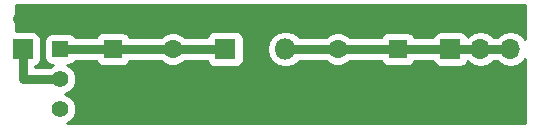
<source format=gbr>
G04 #@! TF.FileFunction,Copper,L2,Bot,Signal*
%FSLAX46Y46*%
G04 Gerber Fmt 4.6, Leading zero omitted, Abs format (unit mm)*
G04 Created by KiCad (PCBNEW 4.0.2-stable) date 2017/02/25 18:11:52*
%MOMM*%
G01*
G04 APERTURE LIST*
%ADD10C,0.100000*%
%ADD11R,1.700000X1.700000*%
%ADD12O,1.700000X1.700000*%
%ADD13R,1.600000X1.600000*%
%ADD14C,1.600000*%
%ADD15R,1.397000X1.397000*%
%ADD16C,1.397000*%
%ADD17R,1.800000X1.800000*%
%ADD18O,1.800000X1.800000*%
%ADD19C,0.800000*%
%ADD20C,0.254000*%
G04 APERTURE END LIST*
D10*
D11*
X171450000Y-126365000D03*
D12*
X171450000Y-123825000D03*
D13*
X179070000Y-126365000D03*
D14*
X179070000Y-124365000D03*
X184150000Y-126365000D03*
X184150000Y-123865000D03*
X198120000Y-126365000D03*
X198120000Y-123865000D03*
D13*
X203200000Y-126365000D03*
D14*
X203200000Y-124365000D03*
D15*
X174625000Y-126365000D03*
D16*
X174625000Y-128905000D03*
X174625000Y-131445000D03*
D11*
X207645000Y-126365000D03*
D12*
X207645000Y-123825000D03*
X210185000Y-126365000D03*
X210185000Y-123825000D03*
X212725000Y-126365000D03*
X212725000Y-123825000D03*
D17*
X188595000Y-126365000D03*
D18*
X191135000Y-126365000D03*
X193675000Y-126365000D03*
D19*
X171450000Y-126365000D02*
X171450000Y-128905000D01*
X171450000Y-128905000D02*
X174625000Y-128905000D01*
X188595000Y-126365000D02*
X184150000Y-126365000D01*
X179070000Y-126365000D02*
X184150000Y-126365000D01*
X174625000Y-126365000D02*
X179070000Y-126365000D01*
X191135000Y-126365000D02*
X191135000Y-123865000D01*
X191135000Y-123865000D02*
X191135000Y-123825000D01*
X191135000Y-123825000D02*
X191135000Y-123865000D01*
X184150000Y-123865000D02*
X191135000Y-123865000D01*
X191135000Y-123865000D02*
X198120000Y-123865000D01*
X210185000Y-123825000D02*
X212725000Y-123825000D01*
X207645000Y-123825000D02*
X210185000Y-123825000D01*
X203200000Y-124365000D02*
X204375000Y-124365000D01*
X204915000Y-123825000D02*
X207645000Y-123825000D01*
X204375000Y-124365000D02*
X204915000Y-123825000D01*
X198120000Y-123865000D02*
X199985000Y-123865000D01*
X200580000Y-124460000D02*
X203105000Y-124460000D01*
X199985000Y-123865000D02*
X200580000Y-124460000D01*
X203105000Y-124460000D02*
X203200000Y-124365000D01*
X179070000Y-124365000D02*
X179800000Y-124365000D01*
X179800000Y-124365000D02*
X180300000Y-123865000D01*
X180300000Y-123865000D02*
X184150000Y-123865000D01*
X171450000Y-123825000D02*
X178530000Y-123825000D01*
X178530000Y-123825000D02*
X179070000Y-124365000D01*
X193675000Y-126365000D02*
X198120000Y-126365000D01*
X203200000Y-126365000D02*
X198120000Y-126365000D01*
X207645000Y-126365000D02*
X203200000Y-126365000D01*
X210185000Y-126365000D02*
X207645000Y-126365000D01*
X212725000Y-126365000D02*
X210185000Y-126365000D01*
D20*
G36*
X213945000Y-125540196D02*
X213775054Y-125285853D01*
X213293285Y-124963946D01*
X212725000Y-124850907D01*
X212156715Y-124963946D01*
X211674946Y-125285853D01*
X211645448Y-125330000D01*
X211264552Y-125330000D01*
X211235054Y-125285853D01*
X210753285Y-124963946D01*
X210185000Y-124850907D01*
X209616715Y-124963946D01*
X209134946Y-125285853D01*
X209107150Y-125327452D01*
X209098162Y-125279683D01*
X208959090Y-125063559D01*
X208746890Y-124918569D01*
X208495000Y-124867560D01*
X206795000Y-124867560D01*
X206559683Y-124911838D01*
X206343559Y-125050910D01*
X206198569Y-125263110D01*
X206185023Y-125330000D01*
X204603222Y-125330000D01*
X204603162Y-125329683D01*
X204464090Y-125113559D01*
X204251890Y-124968569D01*
X204000000Y-124917560D01*
X202400000Y-124917560D01*
X202164683Y-124961838D01*
X201948559Y-125100910D01*
X201803569Y-125313110D01*
X201800149Y-125330000D01*
X199114432Y-125330000D01*
X198933923Y-125149176D01*
X198406691Y-124930250D01*
X197835813Y-124929752D01*
X197308200Y-125147757D01*
X197125639Y-125330000D01*
X194824163Y-125330000D01*
X194790481Y-125279591D01*
X194292491Y-124946845D01*
X193705072Y-124830000D01*
X193644928Y-124830000D01*
X193057509Y-124946845D01*
X192559519Y-125279591D01*
X192226773Y-125777581D01*
X192109928Y-126365000D01*
X192226773Y-126952419D01*
X192559519Y-127450409D01*
X193057509Y-127783155D01*
X193644928Y-127900000D01*
X193705072Y-127900000D01*
X194292491Y-127783155D01*
X194790481Y-127450409D01*
X194824163Y-127400000D01*
X197125568Y-127400000D01*
X197306077Y-127580824D01*
X197833309Y-127799750D01*
X198404187Y-127800248D01*
X198931800Y-127582243D01*
X199114361Y-127400000D01*
X201796778Y-127400000D01*
X201796838Y-127400317D01*
X201935910Y-127616441D01*
X202148110Y-127761431D01*
X202400000Y-127812440D01*
X204000000Y-127812440D01*
X204235317Y-127768162D01*
X204451441Y-127629090D01*
X204596431Y-127416890D01*
X204599851Y-127400000D01*
X206182370Y-127400000D01*
X206191838Y-127450317D01*
X206330910Y-127666441D01*
X206543110Y-127811431D01*
X206795000Y-127862440D01*
X208495000Y-127862440D01*
X208730317Y-127818162D01*
X208946441Y-127679090D01*
X209091431Y-127466890D01*
X209104977Y-127400000D01*
X209105448Y-127400000D01*
X209134946Y-127444147D01*
X209616715Y-127766054D01*
X210185000Y-127879093D01*
X210753285Y-127766054D01*
X211235054Y-127444147D01*
X211264552Y-127400000D01*
X211645448Y-127400000D01*
X211674946Y-127444147D01*
X212156715Y-127766054D01*
X212725000Y-127879093D01*
X213293285Y-127766054D01*
X213775054Y-127444147D01*
X213945000Y-127189804D01*
X213945000Y-132665000D01*
X175164337Y-132665000D01*
X175379380Y-132576146D01*
X175754827Y-132201353D01*
X175958268Y-131711413D01*
X175958731Y-131180914D01*
X175756146Y-130690620D01*
X175381353Y-130315173D01*
X175043554Y-130174906D01*
X175379380Y-130036146D01*
X175754827Y-129661353D01*
X175958268Y-129171413D01*
X175958731Y-128640914D01*
X175756146Y-128150620D01*
X175381353Y-127775173D01*
X175226663Y-127710940D01*
X175323500Y-127710940D01*
X175558817Y-127666662D01*
X175774941Y-127527590D01*
X175862119Y-127400000D01*
X177666778Y-127400000D01*
X177666838Y-127400317D01*
X177805910Y-127616441D01*
X178018110Y-127761431D01*
X178270000Y-127812440D01*
X179870000Y-127812440D01*
X180105317Y-127768162D01*
X180321441Y-127629090D01*
X180466431Y-127416890D01*
X180469851Y-127400000D01*
X183155568Y-127400000D01*
X183336077Y-127580824D01*
X183863309Y-127799750D01*
X184434187Y-127800248D01*
X184961800Y-127582243D01*
X185144361Y-127400000D01*
X187072962Y-127400000D01*
X187091838Y-127500317D01*
X187230910Y-127716441D01*
X187443110Y-127861431D01*
X187695000Y-127912440D01*
X189495000Y-127912440D01*
X189730317Y-127868162D01*
X189946441Y-127729090D01*
X190091431Y-127516890D01*
X190142440Y-127265000D01*
X190142440Y-125465000D01*
X190098162Y-125229683D01*
X189959090Y-125013559D01*
X189746890Y-124868569D01*
X189495000Y-124817560D01*
X187695000Y-124817560D01*
X187459683Y-124861838D01*
X187243559Y-125000910D01*
X187098569Y-125213110D01*
X187074898Y-125330000D01*
X185144432Y-125330000D01*
X184963923Y-125149176D01*
X184436691Y-124930250D01*
X183865813Y-124929752D01*
X183338200Y-125147757D01*
X183155639Y-125330000D01*
X180473222Y-125330000D01*
X180473162Y-125329683D01*
X180334090Y-125113559D01*
X180121890Y-124968569D01*
X179870000Y-124917560D01*
X178270000Y-124917560D01*
X178034683Y-124961838D01*
X177818559Y-125100910D01*
X177673569Y-125313110D01*
X177670149Y-125330000D01*
X175861553Y-125330000D01*
X175787590Y-125215059D01*
X175575390Y-125070069D01*
X175323500Y-125019060D01*
X173926500Y-125019060D01*
X173691183Y-125063338D01*
X173475059Y-125202410D01*
X173330069Y-125414610D01*
X173279060Y-125666500D01*
X173279060Y-127063500D01*
X173323338Y-127298817D01*
X173462410Y-127514941D01*
X173674610Y-127659931D01*
X173926500Y-127710940D01*
X174022884Y-127710940D01*
X173870620Y-127773854D01*
X173774306Y-127870000D01*
X172485000Y-127870000D01*
X172485000Y-127827630D01*
X172535317Y-127818162D01*
X172751441Y-127679090D01*
X172896431Y-127466890D01*
X172947440Y-127215000D01*
X172947440Y-125515000D01*
X172903162Y-125279683D01*
X172764090Y-125063559D01*
X172551890Y-124918569D01*
X172300000Y-124867560D01*
X170865000Y-124867560D01*
X170865000Y-122605000D01*
X213945000Y-122605000D01*
X213945000Y-125540196D01*
X213945000Y-125540196D01*
G37*
X213945000Y-125540196D02*
X213775054Y-125285853D01*
X213293285Y-124963946D01*
X212725000Y-124850907D01*
X212156715Y-124963946D01*
X211674946Y-125285853D01*
X211645448Y-125330000D01*
X211264552Y-125330000D01*
X211235054Y-125285853D01*
X210753285Y-124963946D01*
X210185000Y-124850907D01*
X209616715Y-124963946D01*
X209134946Y-125285853D01*
X209107150Y-125327452D01*
X209098162Y-125279683D01*
X208959090Y-125063559D01*
X208746890Y-124918569D01*
X208495000Y-124867560D01*
X206795000Y-124867560D01*
X206559683Y-124911838D01*
X206343559Y-125050910D01*
X206198569Y-125263110D01*
X206185023Y-125330000D01*
X204603222Y-125330000D01*
X204603162Y-125329683D01*
X204464090Y-125113559D01*
X204251890Y-124968569D01*
X204000000Y-124917560D01*
X202400000Y-124917560D01*
X202164683Y-124961838D01*
X201948559Y-125100910D01*
X201803569Y-125313110D01*
X201800149Y-125330000D01*
X199114432Y-125330000D01*
X198933923Y-125149176D01*
X198406691Y-124930250D01*
X197835813Y-124929752D01*
X197308200Y-125147757D01*
X197125639Y-125330000D01*
X194824163Y-125330000D01*
X194790481Y-125279591D01*
X194292491Y-124946845D01*
X193705072Y-124830000D01*
X193644928Y-124830000D01*
X193057509Y-124946845D01*
X192559519Y-125279591D01*
X192226773Y-125777581D01*
X192109928Y-126365000D01*
X192226773Y-126952419D01*
X192559519Y-127450409D01*
X193057509Y-127783155D01*
X193644928Y-127900000D01*
X193705072Y-127900000D01*
X194292491Y-127783155D01*
X194790481Y-127450409D01*
X194824163Y-127400000D01*
X197125568Y-127400000D01*
X197306077Y-127580824D01*
X197833309Y-127799750D01*
X198404187Y-127800248D01*
X198931800Y-127582243D01*
X199114361Y-127400000D01*
X201796778Y-127400000D01*
X201796838Y-127400317D01*
X201935910Y-127616441D01*
X202148110Y-127761431D01*
X202400000Y-127812440D01*
X204000000Y-127812440D01*
X204235317Y-127768162D01*
X204451441Y-127629090D01*
X204596431Y-127416890D01*
X204599851Y-127400000D01*
X206182370Y-127400000D01*
X206191838Y-127450317D01*
X206330910Y-127666441D01*
X206543110Y-127811431D01*
X206795000Y-127862440D01*
X208495000Y-127862440D01*
X208730317Y-127818162D01*
X208946441Y-127679090D01*
X209091431Y-127466890D01*
X209104977Y-127400000D01*
X209105448Y-127400000D01*
X209134946Y-127444147D01*
X209616715Y-127766054D01*
X210185000Y-127879093D01*
X210753285Y-127766054D01*
X211235054Y-127444147D01*
X211264552Y-127400000D01*
X211645448Y-127400000D01*
X211674946Y-127444147D01*
X212156715Y-127766054D01*
X212725000Y-127879093D01*
X213293285Y-127766054D01*
X213775054Y-127444147D01*
X213945000Y-127189804D01*
X213945000Y-132665000D01*
X175164337Y-132665000D01*
X175379380Y-132576146D01*
X175754827Y-132201353D01*
X175958268Y-131711413D01*
X175958731Y-131180914D01*
X175756146Y-130690620D01*
X175381353Y-130315173D01*
X175043554Y-130174906D01*
X175379380Y-130036146D01*
X175754827Y-129661353D01*
X175958268Y-129171413D01*
X175958731Y-128640914D01*
X175756146Y-128150620D01*
X175381353Y-127775173D01*
X175226663Y-127710940D01*
X175323500Y-127710940D01*
X175558817Y-127666662D01*
X175774941Y-127527590D01*
X175862119Y-127400000D01*
X177666778Y-127400000D01*
X177666838Y-127400317D01*
X177805910Y-127616441D01*
X178018110Y-127761431D01*
X178270000Y-127812440D01*
X179870000Y-127812440D01*
X180105317Y-127768162D01*
X180321441Y-127629090D01*
X180466431Y-127416890D01*
X180469851Y-127400000D01*
X183155568Y-127400000D01*
X183336077Y-127580824D01*
X183863309Y-127799750D01*
X184434187Y-127800248D01*
X184961800Y-127582243D01*
X185144361Y-127400000D01*
X187072962Y-127400000D01*
X187091838Y-127500317D01*
X187230910Y-127716441D01*
X187443110Y-127861431D01*
X187695000Y-127912440D01*
X189495000Y-127912440D01*
X189730317Y-127868162D01*
X189946441Y-127729090D01*
X190091431Y-127516890D01*
X190142440Y-127265000D01*
X190142440Y-125465000D01*
X190098162Y-125229683D01*
X189959090Y-125013559D01*
X189746890Y-124868569D01*
X189495000Y-124817560D01*
X187695000Y-124817560D01*
X187459683Y-124861838D01*
X187243559Y-125000910D01*
X187098569Y-125213110D01*
X187074898Y-125330000D01*
X185144432Y-125330000D01*
X184963923Y-125149176D01*
X184436691Y-124930250D01*
X183865813Y-124929752D01*
X183338200Y-125147757D01*
X183155639Y-125330000D01*
X180473222Y-125330000D01*
X180473162Y-125329683D01*
X180334090Y-125113559D01*
X180121890Y-124968569D01*
X179870000Y-124917560D01*
X178270000Y-124917560D01*
X178034683Y-124961838D01*
X177818559Y-125100910D01*
X177673569Y-125313110D01*
X177670149Y-125330000D01*
X175861553Y-125330000D01*
X175787590Y-125215059D01*
X175575390Y-125070069D01*
X175323500Y-125019060D01*
X173926500Y-125019060D01*
X173691183Y-125063338D01*
X173475059Y-125202410D01*
X173330069Y-125414610D01*
X173279060Y-125666500D01*
X173279060Y-127063500D01*
X173323338Y-127298817D01*
X173462410Y-127514941D01*
X173674610Y-127659931D01*
X173926500Y-127710940D01*
X174022884Y-127710940D01*
X173870620Y-127773854D01*
X173774306Y-127870000D01*
X172485000Y-127870000D01*
X172485000Y-127827630D01*
X172535317Y-127818162D01*
X172751441Y-127679090D01*
X172896431Y-127466890D01*
X172947440Y-127215000D01*
X172947440Y-125515000D01*
X172903162Y-125279683D01*
X172764090Y-125063559D01*
X172551890Y-124918569D01*
X172300000Y-124867560D01*
X170865000Y-124867560D01*
X170865000Y-122605000D01*
X213945000Y-122605000D01*
X213945000Y-125540196D01*
M02*

</source>
